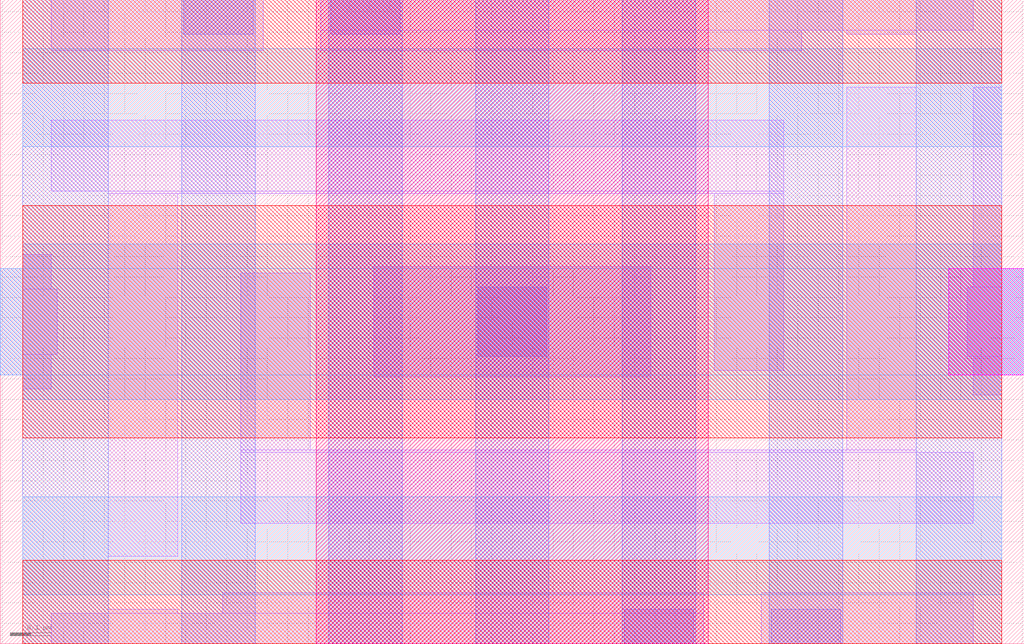
<source format=lef>
# Copyright 2020 The SkyWater PDK Authors
#
# Licensed under the Apache License, Version 2.0 (the "License");
# you may not use this file except in compliance with the License.
# You may obtain a copy of the License at
#
#     https://www.apache.org/licenses/LICENSE-2.0
#
# Unless required by applicable law or agreed to in writing, software
# distributed under the License is distributed on an "AS IS" BASIS,
# WITHOUT WARRANTIES OR CONDITIONS OF ANY KIND, either express or implied.
# See the License for the specific language governing permissions and
# limitations under the License.
#
# SPDX-License-Identifier: Apache-2.0

VERSION 5.7 ;
  NOWIREEXTENSIONATPIN ON ;
  DIVIDERCHAR "/" ;
  BUSBITCHARS "[]" ;
MACRO sky130_fd_bd_sram__sram_dp_cell_opt4a
  CLASS BLOCK ;
  FOREIGN sky130_fd_bd_sram__sram_dp_cell_opt4a ;
  ORIGIN  0.055000  0.000000 ;
  SIZE  2.510000 BY  1.580000 ;
  OBS
    LAYER li1 ;
      RECT 0.000000 0.625000 0.070000 0.710000 ;
      RECT 0.000000 0.710000 0.085000 0.870000 ;
      RECT 0.000000 0.870000 0.070000 0.955000 ;
      RECT 0.070000 0.000000 1.670000 0.075000 ;
      RECT 0.070000 1.110000 1.865000 1.285000 ;
      RECT 0.070000 1.455000 0.590000 1.580000 ;
      RECT 0.210000 0.075000 0.380000 0.085000 ;
      RECT 0.210000 0.215000 0.380000 1.105000 ;
      RECT 0.210000 1.105000 1.865000 1.110000 ;
      RECT 0.490000 0.075000 1.670000 0.125000 ;
      RECT 0.535000 0.295000 2.330000 0.470000 ;
      RECT 0.535000 0.470000 2.190000 0.475000 ;
      RECT 0.535000 0.475000 0.705000 0.910000 ;
      RECT 0.730000 1.455000 1.910000 1.505000 ;
      RECT 0.730000 1.505000 2.330000 1.580000 ;
      RECT 0.860000 0.655000 1.540000 0.925000 ;
      RECT 1.695000 0.670000 1.865000 1.105000 ;
      RECT 1.810000 0.000000 2.330000 0.125000 ;
      RECT 2.020000 0.475000 2.190000 1.365000 ;
      RECT 2.020000 1.495000 2.190000 1.505000 ;
      RECT 2.315000 0.705000 2.400000 0.875000 ;
      RECT 2.330000 0.610000 2.400000 0.705000 ;
      RECT 2.330000 0.875000 2.400000 1.365000 ;
    LAYER mcon ;
      RECT 0.395000 1.495000 0.565000 1.580000 ;
      RECT 0.755000 1.495000 0.925000 1.580000 ;
      RECT 1.115000 0.705000 1.285000 0.875000 ;
      RECT 1.475000 0.000000 1.645000 0.085000 ;
      RECT 1.835000 0.000000 2.005000 0.085000 ;
    LAYER met1 ;
      RECT -0.055000 0.660000 0.210000 0.920000 ;
      RECT  0.000000 0.000000 0.210000 0.660000 ;
      RECT  0.000000 0.920000 0.210000 1.580000 ;
      RECT  0.390000 0.000000 0.570000 1.580000 ;
      RECT  0.750000 0.000000 0.930000 1.580000 ;
      RECT  1.110000 0.000000 1.290000 1.580000 ;
      RECT  1.470000 0.000000 1.650000 1.580000 ;
      RECT  1.830000 0.000000 2.010000 1.580000 ;
      RECT  2.190000 0.000000 2.400000 0.660000 ;
      RECT  2.190000 0.660000 2.455000 0.920000 ;
      RECT  2.190000 0.920000 2.400000 1.580000 ;
    LAYER met2 ;
      RECT -0.055000 0.660000 2.455000 0.920000 ;
      RECT  0.000000 0.120000 2.400000 0.360000 ;
      RECT  0.000000 0.600000 2.400000 0.660000 ;
      RECT  0.000000 0.920000 2.400000 0.980000 ;
      RECT  0.000000 1.220000 2.400000 1.460000 ;
    LAYER met3 ;
      RECT 0.000000 0.000000 2.400000 0.205000 ;
      RECT 0.000000 0.505000 2.400000 1.075000 ;
      RECT 0.000000 1.375000 2.400000 1.580000 ;
    LAYER nwell ;
      RECT 0.720000 0.000000 1.680000 1.580000 ;
    LAYER via ;
      RECT 2.270000 0.660000 2.455000 0.920000 ;
  END
END sky130_fd_bd_sram__sram_dp_cell_opt4a
END LIBRARY

</source>
